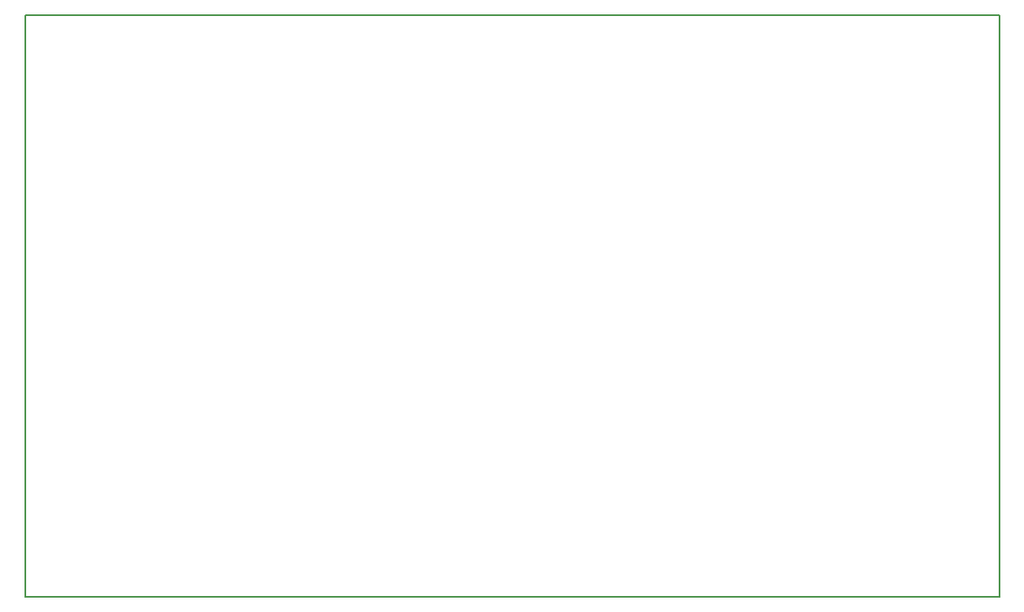
<source format=gm1>
G04 #@! TF.FileFunction,Profile,NP*
%FSLAX46Y46*%
G04 Gerber Fmt 4.6, Leading zero omitted, Abs format (unit mm)*
G04 Created by KiCad (PCBNEW 4.0.4-stable) date Friday, December 09, 2016 'AMt' 01:33:51 AM*
%MOMM*%
%LPD*%
G01*
G04 APERTURE LIST*
%ADD10C,0.100000*%
%ADD11C,0.150000*%
G04 APERTURE END LIST*
D10*
D11*
X33020000Y-91440000D02*
X33020000Y-33020000D01*
X130810000Y-91440000D02*
X33020000Y-91440000D01*
X130810000Y-33020000D02*
X130810000Y-91440000D01*
X33020000Y-33020000D02*
X130810000Y-33020000D01*
M02*

</source>
